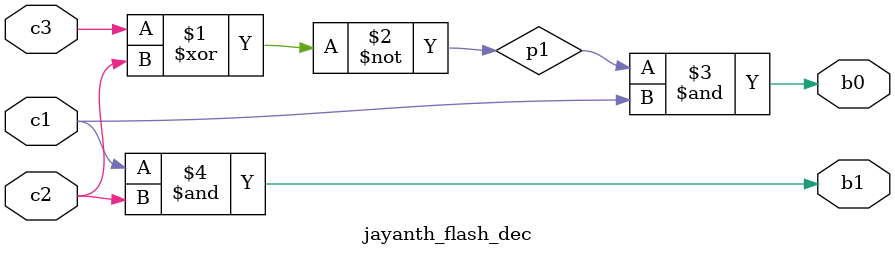
<source format=v>
module jayanth_flash_dec(input c1,c2,c3,output b0,b1
    );
 
 wire p1;
 xnor(p1,c3,c2);
 and(b0,p1,c1); 
 and(b1,c1,c2);
endmodule
</source>
